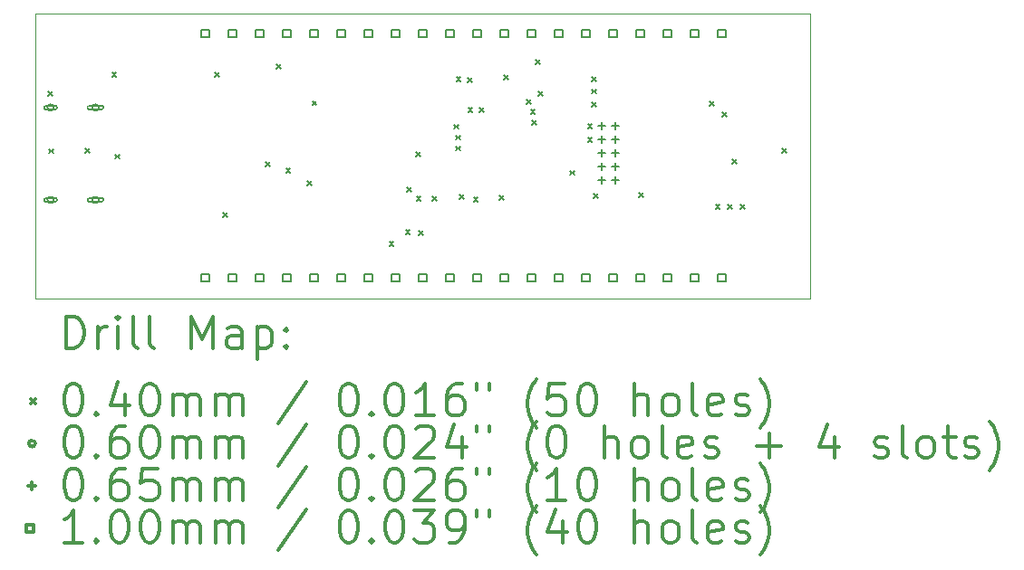
<source format=gbr>
%FSLAX45Y45*%
G04 Gerber Fmt 4.5, Leading zero omitted, Abs format (unit mm)*
G04 Created by KiCad (PCBNEW 5.1.9+dfsg1-1) date 2022-01-14 18:58:47*
%MOMM*%
%LPD*%
G01*
G04 APERTURE LIST*
%TA.AperFunction,Profile*%
%ADD10C,0.050000*%
%TD*%
%ADD11C,0.200000*%
%ADD12C,0.300000*%
G04 APERTURE END LIST*
D10*
X10096500Y-8826500D02*
X10096500Y-6159500D01*
X10096500Y-8826500D02*
X17335500Y-8826500D01*
X17335500Y-8826500D02*
X17335500Y-6159500D01*
X10096500Y-6159500D02*
X17335500Y-6159500D01*
D11*
X10217450Y-6890050D02*
X10257450Y-6930050D01*
X10257450Y-6890050D02*
X10217450Y-6930050D01*
X10222550Y-7428550D02*
X10262550Y-7468550D01*
X10262550Y-7428550D02*
X10222550Y-7468550D01*
X10565450Y-7422200D02*
X10605450Y-7462200D01*
X10605450Y-7422200D02*
X10565450Y-7462200D01*
X10813100Y-6711000D02*
X10853100Y-6751000D01*
X10853100Y-6711000D02*
X10813100Y-6751000D01*
X10844850Y-7479350D02*
X10884850Y-7519350D01*
X10884850Y-7479350D02*
X10844850Y-7519350D01*
X11771951Y-6710999D02*
X11811951Y-6750999D01*
X11811951Y-6710999D02*
X11771951Y-6750999D01*
X11851950Y-8028000D02*
X11891950Y-8068000D01*
X11891950Y-8028000D02*
X11851950Y-8068000D01*
X12250550Y-7553200D02*
X12290550Y-7593200D01*
X12290550Y-7553200D02*
X12250550Y-7593200D01*
X12349800Y-6634800D02*
X12389800Y-6674800D01*
X12389800Y-6634800D02*
X12349800Y-6674800D01*
X12438700Y-7612700D02*
X12478700Y-7652700D01*
X12478700Y-7612700D02*
X12438700Y-7652700D01*
X12634550Y-7728000D02*
X12674550Y-7768000D01*
X12674550Y-7728000D02*
X12634550Y-7768000D01*
X12682800Y-6981250D02*
X12722800Y-7021250D01*
X12722800Y-6981250D02*
X12682800Y-7021250D01*
X13403900Y-8298500D02*
X13443900Y-8338500D01*
X13443900Y-8298500D02*
X13403900Y-8338500D01*
X13556300Y-8184200D02*
X13596300Y-8224200D01*
X13596300Y-8184200D02*
X13556300Y-8224200D01*
X13569000Y-7790500D02*
X13609000Y-7830500D01*
X13609000Y-7790500D02*
X13569000Y-7830500D01*
X13651550Y-7460300D02*
X13691550Y-7500300D01*
X13691550Y-7460300D02*
X13651550Y-7500300D01*
X13657900Y-7873050D02*
X13697900Y-7913050D01*
X13697900Y-7873050D02*
X13657900Y-7913050D01*
X13676950Y-8196900D02*
X13716950Y-8236900D01*
X13716950Y-8196900D02*
X13676950Y-8236900D01*
X13803950Y-7873050D02*
X13843950Y-7913050D01*
X13843950Y-7873050D02*
X13803950Y-7913050D01*
X14007150Y-7199950D02*
X14047150Y-7239950D01*
X14047150Y-7199950D02*
X14007150Y-7239950D01*
X14026200Y-7301550D02*
X14066200Y-7341550D01*
X14066200Y-7301550D02*
X14026200Y-7341550D01*
X14026200Y-7403150D02*
X14066200Y-7443150D01*
X14066200Y-7403150D02*
X14026200Y-7443150D01*
X14029000Y-6759000D02*
X14069000Y-6799000D01*
X14069000Y-6759000D02*
X14029000Y-6799000D01*
X14057950Y-7854000D02*
X14097950Y-7894000D01*
X14097950Y-7854000D02*
X14057950Y-7894000D01*
X14134150Y-6761800D02*
X14174150Y-6801800D01*
X14174150Y-6761800D02*
X14134150Y-6801800D01*
X14140500Y-7041200D02*
X14180500Y-7081200D01*
X14180500Y-7041200D02*
X14140500Y-7081200D01*
X14191300Y-7879400D02*
X14231300Y-7919400D01*
X14231300Y-7879400D02*
X14191300Y-7919400D01*
X14248450Y-7041200D02*
X14288450Y-7081200D01*
X14288450Y-7041200D02*
X14248450Y-7081200D01*
X14432600Y-7866700D02*
X14472600Y-7906700D01*
X14472600Y-7866700D02*
X14432600Y-7906700D01*
X14477050Y-6736400D02*
X14517050Y-6776400D01*
X14517050Y-6736400D02*
X14477050Y-6776400D01*
X14686600Y-6965000D02*
X14726600Y-7005000D01*
X14726600Y-6965000D02*
X14686600Y-7005000D01*
X14724700Y-7060250D02*
X14764700Y-7100250D01*
X14764700Y-7060250D02*
X14724700Y-7100250D01*
X14737400Y-7161850D02*
X14777400Y-7201850D01*
X14777400Y-7161850D02*
X14737400Y-7201850D01*
X14769150Y-6596700D02*
X14809150Y-6636700D01*
X14809150Y-6596700D02*
X14769150Y-6636700D01*
X14794550Y-6888800D02*
X14834550Y-6928800D01*
X14834550Y-6888800D02*
X14794550Y-6928800D01*
X15093000Y-7631750D02*
X15133000Y-7671750D01*
X15133000Y-7631750D02*
X15093000Y-7671750D01*
X15258100Y-7193600D02*
X15298100Y-7233600D01*
X15298100Y-7193600D02*
X15258100Y-7233600D01*
X15258100Y-7320600D02*
X15298100Y-7360600D01*
X15298100Y-7320600D02*
X15258100Y-7360600D01*
X15296200Y-6755450D02*
X15336200Y-6795450D01*
X15336200Y-6755450D02*
X15296200Y-6795450D01*
X15296200Y-6869750D02*
X15336200Y-6909750D01*
X15336200Y-6869750D02*
X15296200Y-6909750D01*
X15296200Y-6990400D02*
X15336200Y-7030400D01*
X15336200Y-6990400D02*
X15296200Y-7030400D01*
X15315250Y-7847650D02*
X15355250Y-7887650D01*
X15355250Y-7847650D02*
X15315250Y-7887650D01*
X15734350Y-7841300D02*
X15774350Y-7881300D01*
X15774350Y-7841300D02*
X15734350Y-7881300D01*
X16394750Y-6984050D02*
X16434750Y-7024050D01*
X16434750Y-6984050D02*
X16394750Y-7024050D01*
X16451900Y-7949250D02*
X16491900Y-7989250D01*
X16491900Y-7949250D02*
X16451900Y-7989250D01*
X16515400Y-7085650D02*
X16555400Y-7125650D01*
X16555400Y-7085650D02*
X16515400Y-7125650D01*
X16566200Y-7949250D02*
X16606200Y-7989250D01*
X16606200Y-7949250D02*
X16566200Y-7989250D01*
X16610650Y-7523800D02*
X16650650Y-7563800D01*
X16650650Y-7523800D02*
X16610650Y-7563800D01*
X16686850Y-7949250D02*
X16726850Y-7989250D01*
X16726850Y-7949250D02*
X16686850Y-7989250D01*
X17074200Y-7422200D02*
X17114200Y-7462200D01*
X17114200Y-7422200D02*
X17074200Y-7462200D01*
X10268500Y-7041950D02*
G75*
G03*
X10268500Y-7041950I-30000J0D01*
G01*
X10278500Y-7021950D02*
X10198500Y-7021950D01*
X10278500Y-7061950D02*
X10198500Y-7061950D01*
X10198500Y-7021950D02*
G75*
G03*
X10198500Y-7061950I0J-20000D01*
G01*
X10278500Y-7061950D02*
G75*
G03*
X10278500Y-7021950I0J20000D01*
G01*
X10268500Y-7905950D02*
G75*
G03*
X10268500Y-7905950I-30000J0D01*
G01*
X10278500Y-7885950D02*
X10198500Y-7885950D01*
X10278500Y-7925950D02*
X10198500Y-7925950D01*
X10198500Y-7885950D02*
G75*
G03*
X10198500Y-7925950I0J-20000D01*
G01*
X10278500Y-7925950D02*
G75*
G03*
X10278500Y-7885950I0J20000D01*
G01*
X10686500Y-7041950D02*
G75*
G03*
X10686500Y-7041950I-30000J0D01*
G01*
X10711500Y-7021950D02*
X10601500Y-7021950D01*
X10711500Y-7061950D02*
X10601500Y-7061950D01*
X10601500Y-7021950D02*
G75*
G03*
X10601500Y-7061950I0J-20000D01*
G01*
X10711500Y-7061950D02*
G75*
G03*
X10711500Y-7021950I0J20000D01*
G01*
X10686500Y-7905950D02*
G75*
G03*
X10686500Y-7905950I-30000J0D01*
G01*
X10711500Y-7885950D02*
X10601500Y-7885950D01*
X10711500Y-7925950D02*
X10601500Y-7925950D01*
X10601500Y-7885950D02*
G75*
G03*
X10601500Y-7925950I0J-20000D01*
G01*
X10711500Y-7925950D02*
G75*
G03*
X10711500Y-7885950I0J20000D01*
G01*
X15386050Y-7181100D02*
X15386050Y-7246100D01*
X15353550Y-7213600D02*
X15418550Y-7213600D01*
X15386050Y-7308100D02*
X15386050Y-7373100D01*
X15353550Y-7340600D02*
X15418550Y-7340600D01*
X15386050Y-7435100D02*
X15386050Y-7500100D01*
X15353550Y-7467600D02*
X15418550Y-7467600D01*
X15386050Y-7562100D02*
X15386050Y-7627100D01*
X15353550Y-7594600D02*
X15418550Y-7594600D01*
X15386050Y-7689100D02*
X15386050Y-7754100D01*
X15353550Y-7721600D02*
X15418550Y-7721600D01*
X15513050Y-7181100D02*
X15513050Y-7246100D01*
X15480550Y-7213600D02*
X15545550Y-7213600D01*
X15513050Y-7308100D02*
X15513050Y-7373100D01*
X15480550Y-7340600D02*
X15545550Y-7340600D01*
X15513050Y-7435100D02*
X15513050Y-7500100D01*
X15480550Y-7467600D02*
X15545550Y-7467600D01*
X15513050Y-7562100D02*
X15513050Y-7627100D01*
X15480550Y-7594600D02*
X15545550Y-7594600D01*
X15513050Y-7689100D02*
X15513050Y-7754100D01*
X15480550Y-7721600D02*
X15545550Y-7721600D01*
X11719356Y-6385356D02*
X11719356Y-6314644D01*
X11648644Y-6314644D01*
X11648644Y-6385356D01*
X11719356Y-6385356D01*
X11719356Y-8671356D02*
X11719356Y-8600644D01*
X11648644Y-8600644D01*
X11648644Y-8671356D01*
X11719356Y-8671356D01*
X11973356Y-6385356D02*
X11973356Y-6314644D01*
X11902644Y-6314644D01*
X11902644Y-6385356D01*
X11973356Y-6385356D01*
X11973356Y-8671356D02*
X11973356Y-8600644D01*
X11902644Y-8600644D01*
X11902644Y-8671356D01*
X11973356Y-8671356D01*
X12227356Y-6385356D02*
X12227356Y-6314644D01*
X12156644Y-6314644D01*
X12156644Y-6385356D01*
X12227356Y-6385356D01*
X12227356Y-8671356D02*
X12227356Y-8600644D01*
X12156644Y-8600644D01*
X12156644Y-8671356D01*
X12227356Y-8671356D01*
X12481356Y-6385356D02*
X12481356Y-6314644D01*
X12410644Y-6314644D01*
X12410644Y-6385356D01*
X12481356Y-6385356D01*
X12481356Y-8671356D02*
X12481356Y-8600644D01*
X12410644Y-8600644D01*
X12410644Y-8671356D01*
X12481356Y-8671356D01*
X12735356Y-6385356D02*
X12735356Y-6314644D01*
X12664644Y-6314644D01*
X12664644Y-6385356D01*
X12735356Y-6385356D01*
X12735356Y-8671356D02*
X12735356Y-8600644D01*
X12664644Y-8600644D01*
X12664644Y-8671356D01*
X12735356Y-8671356D01*
X12989356Y-6385356D02*
X12989356Y-6314644D01*
X12918644Y-6314644D01*
X12918644Y-6385356D01*
X12989356Y-6385356D01*
X12989356Y-8671356D02*
X12989356Y-8600644D01*
X12918644Y-8600644D01*
X12918644Y-8671356D01*
X12989356Y-8671356D01*
X13243356Y-6385356D02*
X13243356Y-6314644D01*
X13172644Y-6314644D01*
X13172644Y-6385356D01*
X13243356Y-6385356D01*
X13243356Y-8671356D02*
X13243356Y-8600644D01*
X13172644Y-8600644D01*
X13172644Y-8671356D01*
X13243356Y-8671356D01*
X13497356Y-6385356D02*
X13497356Y-6314644D01*
X13426644Y-6314644D01*
X13426644Y-6385356D01*
X13497356Y-6385356D01*
X13497356Y-8671356D02*
X13497356Y-8600644D01*
X13426644Y-8600644D01*
X13426644Y-8671356D01*
X13497356Y-8671356D01*
X13751356Y-6385356D02*
X13751356Y-6314644D01*
X13680644Y-6314644D01*
X13680644Y-6385356D01*
X13751356Y-6385356D01*
X13751356Y-8671356D02*
X13751356Y-8600644D01*
X13680644Y-8600644D01*
X13680644Y-8671356D01*
X13751356Y-8671356D01*
X14005356Y-6385356D02*
X14005356Y-6314644D01*
X13934644Y-6314644D01*
X13934644Y-6385356D01*
X14005356Y-6385356D01*
X14005356Y-8671356D02*
X14005356Y-8600644D01*
X13934644Y-8600644D01*
X13934644Y-8671356D01*
X14005356Y-8671356D01*
X14259356Y-6385356D02*
X14259356Y-6314644D01*
X14188644Y-6314644D01*
X14188644Y-6385356D01*
X14259356Y-6385356D01*
X14259356Y-8671356D02*
X14259356Y-8600644D01*
X14188644Y-8600644D01*
X14188644Y-8671356D01*
X14259356Y-8671356D01*
X14513356Y-6385356D02*
X14513356Y-6314644D01*
X14442644Y-6314644D01*
X14442644Y-6385356D01*
X14513356Y-6385356D01*
X14513356Y-8671356D02*
X14513356Y-8600644D01*
X14442644Y-8600644D01*
X14442644Y-8671356D01*
X14513356Y-8671356D01*
X14767356Y-6385356D02*
X14767356Y-6314644D01*
X14696644Y-6314644D01*
X14696644Y-6385356D01*
X14767356Y-6385356D01*
X14767356Y-8671356D02*
X14767356Y-8600644D01*
X14696644Y-8600644D01*
X14696644Y-8671356D01*
X14767356Y-8671356D01*
X15021356Y-6385356D02*
X15021356Y-6314644D01*
X14950644Y-6314644D01*
X14950644Y-6385356D01*
X15021356Y-6385356D01*
X15021356Y-8671356D02*
X15021356Y-8600644D01*
X14950644Y-8600644D01*
X14950644Y-8671356D01*
X15021356Y-8671356D01*
X15275356Y-6385356D02*
X15275356Y-6314644D01*
X15204644Y-6314644D01*
X15204644Y-6385356D01*
X15275356Y-6385356D01*
X15275356Y-8671356D02*
X15275356Y-8600644D01*
X15204644Y-8600644D01*
X15204644Y-8671356D01*
X15275356Y-8671356D01*
X15529356Y-6385356D02*
X15529356Y-6314644D01*
X15458644Y-6314644D01*
X15458644Y-6385356D01*
X15529356Y-6385356D01*
X15529356Y-8671356D02*
X15529356Y-8600644D01*
X15458644Y-8600644D01*
X15458644Y-8671356D01*
X15529356Y-8671356D01*
X15783356Y-6385356D02*
X15783356Y-6314644D01*
X15712644Y-6314644D01*
X15712644Y-6385356D01*
X15783356Y-6385356D01*
X15783356Y-8671356D02*
X15783356Y-8600644D01*
X15712644Y-8600644D01*
X15712644Y-8671356D01*
X15783356Y-8671356D01*
X16037356Y-6385356D02*
X16037356Y-6314644D01*
X15966644Y-6314644D01*
X15966644Y-6385356D01*
X16037356Y-6385356D01*
X16037356Y-8671356D02*
X16037356Y-8600644D01*
X15966644Y-8600644D01*
X15966644Y-8671356D01*
X16037356Y-8671356D01*
X16291356Y-6385356D02*
X16291356Y-6314644D01*
X16220644Y-6314644D01*
X16220644Y-6385356D01*
X16291356Y-6385356D01*
X16291356Y-8671356D02*
X16291356Y-8600644D01*
X16220644Y-8600644D01*
X16220644Y-8671356D01*
X16291356Y-8671356D01*
X16545356Y-6385356D02*
X16545356Y-6314644D01*
X16474644Y-6314644D01*
X16474644Y-6385356D01*
X16545356Y-6385356D01*
X16545356Y-8671356D02*
X16545356Y-8600644D01*
X16474644Y-8600644D01*
X16474644Y-8671356D01*
X16545356Y-8671356D01*
D12*
X10380428Y-9294714D02*
X10380428Y-8994714D01*
X10451857Y-8994714D01*
X10494714Y-9009000D01*
X10523286Y-9037572D01*
X10537571Y-9066143D01*
X10551857Y-9123286D01*
X10551857Y-9166143D01*
X10537571Y-9223286D01*
X10523286Y-9251857D01*
X10494714Y-9280429D01*
X10451857Y-9294714D01*
X10380428Y-9294714D01*
X10680428Y-9294714D02*
X10680428Y-9094714D01*
X10680428Y-9151857D02*
X10694714Y-9123286D01*
X10709000Y-9109000D01*
X10737571Y-9094714D01*
X10766143Y-9094714D01*
X10866143Y-9294714D02*
X10866143Y-9094714D01*
X10866143Y-8994714D02*
X10851857Y-9009000D01*
X10866143Y-9023286D01*
X10880428Y-9009000D01*
X10866143Y-8994714D01*
X10866143Y-9023286D01*
X11051857Y-9294714D02*
X11023286Y-9280429D01*
X11009000Y-9251857D01*
X11009000Y-8994714D01*
X11209000Y-9294714D02*
X11180428Y-9280429D01*
X11166143Y-9251857D01*
X11166143Y-8994714D01*
X11551857Y-9294714D02*
X11551857Y-8994714D01*
X11651857Y-9209000D01*
X11751857Y-8994714D01*
X11751857Y-9294714D01*
X12023286Y-9294714D02*
X12023286Y-9137572D01*
X12009000Y-9109000D01*
X11980428Y-9094714D01*
X11923286Y-9094714D01*
X11894714Y-9109000D01*
X12023286Y-9280429D02*
X11994714Y-9294714D01*
X11923286Y-9294714D01*
X11894714Y-9280429D01*
X11880428Y-9251857D01*
X11880428Y-9223286D01*
X11894714Y-9194714D01*
X11923286Y-9180429D01*
X11994714Y-9180429D01*
X12023286Y-9166143D01*
X12166143Y-9094714D02*
X12166143Y-9394714D01*
X12166143Y-9109000D02*
X12194714Y-9094714D01*
X12251857Y-9094714D01*
X12280428Y-9109000D01*
X12294714Y-9123286D01*
X12309000Y-9151857D01*
X12309000Y-9237572D01*
X12294714Y-9266143D01*
X12280428Y-9280429D01*
X12251857Y-9294714D01*
X12194714Y-9294714D01*
X12166143Y-9280429D01*
X12437571Y-9266143D02*
X12451857Y-9280429D01*
X12437571Y-9294714D01*
X12423286Y-9280429D01*
X12437571Y-9266143D01*
X12437571Y-9294714D01*
X12437571Y-9109000D02*
X12451857Y-9123286D01*
X12437571Y-9137572D01*
X12423286Y-9123286D01*
X12437571Y-9109000D01*
X12437571Y-9137572D01*
X10054000Y-9769000D02*
X10094000Y-9809000D01*
X10094000Y-9769000D02*
X10054000Y-9809000D01*
X10437571Y-9624714D02*
X10466143Y-9624714D01*
X10494714Y-9639000D01*
X10509000Y-9653286D01*
X10523286Y-9681857D01*
X10537571Y-9739000D01*
X10537571Y-9810429D01*
X10523286Y-9867572D01*
X10509000Y-9896143D01*
X10494714Y-9910429D01*
X10466143Y-9924714D01*
X10437571Y-9924714D01*
X10409000Y-9910429D01*
X10394714Y-9896143D01*
X10380428Y-9867572D01*
X10366143Y-9810429D01*
X10366143Y-9739000D01*
X10380428Y-9681857D01*
X10394714Y-9653286D01*
X10409000Y-9639000D01*
X10437571Y-9624714D01*
X10666143Y-9896143D02*
X10680428Y-9910429D01*
X10666143Y-9924714D01*
X10651857Y-9910429D01*
X10666143Y-9896143D01*
X10666143Y-9924714D01*
X10937571Y-9724714D02*
X10937571Y-9924714D01*
X10866143Y-9610429D02*
X10794714Y-9824714D01*
X10980428Y-9824714D01*
X11151857Y-9624714D02*
X11180428Y-9624714D01*
X11209000Y-9639000D01*
X11223286Y-9653286D01*
X11237571Y-9681857D01*
X11251857Y-9739000D01*
X11251857Y-9810429D01*
X11237571Y-9867572D01*
X11223286Y-9896143D01*
X11209000Y-9910429D01*
X11180428Y-9924714D01*
X11151857Y-9924714D01*
X11123286Y-9910429D01*
X11109000Y-9896143D01*
X11094714Y-9867572D01*
X11080428Y-9810429D01*
X11080428Y-9739000D01*
X11094714Y-9681857D01*
X11109000Y-9653286D01*
X11123286Y-9639000D01*
X11151857Y-9624714D01*
X11380428Y-9924714D02*
X11380428Y-9724714D01*
X11380428Y-9753286D02*
X11394714Y-9739000D01*
X11423286Y-9724714D01*
X11466143Y-9724714D01*
X11494714Y-9739000D01*
X11509000Y-9767572D01*
X11509000Y-9924714D01*
X11509000Y-9767572D02*
X11523286Y-9739000D01*
X11551857Y-9724714D01*
X11594714Y-9724714D01*
X11623286Y-9739000D01*
X11637571Y-9767572D01*
X11637571Y-9924714D01*
X11780428Y-9924714D02*
X11780428Y-9724714D01*
X11780428Y-9753286D02*
X11794714Y-9739000D01*
X11823286Y-9724714D01*
X11866143Y-9724714D01*
X11894714Y-9739000D01*
X11909000Y-9767572D01*
X11909000Y-9924714D01*
X11909000Y-9767572D02*
X11923286Y-9739000D01*
X11951857Y-9724714D01*
X11994714Y-9724714D01*
X12023286Y-9739000D01*
X12037571Y-9767572D01*
X12037571Y-9924714D01*
X12623286Y-9610429D02*
X12366143Y-9996143D01*
X13009000Y-9624714D02*
X13037571Y-9624714D01*
X13066143Y-9639000D01*
X13080428Y-9653286D01*
X13094714Y-9681857D01*
X13109000Y-9739000D01*
X13109000Y-9810429D01*
X13094714Y-9867572D01*
X13080428Y-9896143D01*
X13066143Y-9910429D01*
X13037571Y-9924714D01*
X13009000Y-9924714D01*
X12980428Y-9910429D01*
X12966143Y-9896143D01*
X12951857Y-9867572D01*
X12937571Y-9810429D01*
X12937571Y-9739000D01*
X12951857Y-9681857D01*
X12966143Y-9653286D01*
X12980428Y-9639000D01*
X13009000Y-9624714D01*
X13237571Y-9896143D02*
X13251857Y-9910429D01*
X13237571Y-9924714D01*
X13223286Y-9910429D01*
X13237571Y-9896143D01*
X13237571Y-9924714D01*
X13437571Y-9624714D02*
X13466143Y-9624714D01*
X13494714Y-9639000D01*
X13509000Y-9653286D01*
X13523286Y-9681857D01*
X13537571Y-9739000D01*
X13537571Y-9810429D01*
X13523286Y-9867572D01*
X13509000Y-9896143D01*
X13494714Y-9910429D01*
X13466143Y-9924714D01*
X13437571Y-9924714D01*
X13409000Y-9910429D01*
X13394714Y-9896143D01*
X13380428Y-9867572D01*
X13366143Y-9810429D01*
X13366143Y-9739000D01*
X13380428Y-9681857D01*
X13394714Y-9653286D01*
X13409000Y-9639000D01*
X13437571Y-9624714D01*
X13823286Y-9924714D02*
X13651857Y-9924714D01*
X13737571Y-9924714D02*
X13737571Y-9624714D01*
X13709000Y-9667572D01*
X13680428Y-9696143D01*
X13651857Y-9710429D01*
X14080428Y-9624714D02*
X14023286Y-9624714D01*
X13994714Y-9639000D01*
X13980428Y-9653286D01*
X13951857Y-9696143D01*
X13937571Y-9753286D01*
X13937571Y-9867572D01*
X13951857Y-9896143D01*
X13966143Y-9910429D01*
X13994714Y-9924714D01*
X14051857Y-9924714D01*
X14080428Y-9910429D01*
X14094714Y-9896143D01*
X14109000Y-9867572D01*
X14109000Y-9796143D01*
X14094714Y-9767572D01*
X14080428Y-9753286D01*
X14051857Y-9739000D01*
X13994714Y-9739000D01*
X13966143Y-9753286D01*
X13951857Y-9767572D01*
X13937571Y-9796143D01*
X14223286Y-9624714D02*
X14223286Y-9681857D01*
X14337571Y-9624714D02*
X14337571Y-9681857D01*
X14780428Y-10039000D02*
X14766143Y-10024714D01*
X14737571Y-9981857D01*
X14723286Y-9953286D01*
X14709000Y-9910429D01*
X14694714Y-9839000D01*
X14694714Y-9781857D01*
X14709000Y-9710429D01*
X14723286Y-9667572D01*
X14737571Y-9639000D01*
X14766143Y-9596143D01*
X14780428Y-9581857D01*
X15037571Y-9624714D02*
X14894714Y-9624714D01*
X14880428Y-9767572D01*
X14894714Y-9753286D01*
X14923286Y-9739000D01*
X14994714Y-9739000D01*
X15023286Y-9753286D01*
X15037571Y-9767572D01*
X15051857Y-9796143D01*
X15051857Y-9867572D01*
X15037571Y-9896143D01*
X15023286Y-9910429D01*
X14994714Y-9924714D01*
X14923286Y-9924714D01*
X14894714Y-9910429D01*
X14880428Y-9896143D01*
X15237571Y-9624714D02*
X15266143Y-9624714D01*
X15294714Y-9639000D01*
X15309000Y-9653286D01*
X15323286Y-9681857D01*
X15337571Y-9739000D01*
X15337571Y-9810429D01*
X15323286Y-9867572D01*
X15309000Y-9896143D01*
X15294714Y-9910429D01*
X15266143Y-9924714D01*
X15237571Y-9924714D01*
X15209000Y-9910429D01*
X15194714Y-9896143D01*
X15180428Y-9867572D01*
X15166143Y-9810429D01*
X15166143Y-9739000D01*
X15180428Y-9681857D01*
X15194714Y-9653286D01*
X15209000Y-9639000D01*
X15237571Y-9624714D01*
X15694714Y-9924714D02*
X15694714Y-9624714D01*
X15823286Y-9924714D02*
X15823286Y-9767572D01*
X15809000Y-9739000D01*
X15780428Y-9724714D01*
X15737571Y-9724714D01*
X15709000Y-9739000D01*
X15694714Y-9753286D01*
X16009000Y-9924714D02*
X15980428Y-9910429D01*
X15966143Y-9896143D01*
X15951857Y-9867572D01*
X15951857Y-9781857D01*
X15966143Y-9753286D01*
X15980428Y-9739000D01*
X16009000Y-9724714D01*
X16051857Y-9724714D01*
X16080428Y-9739000D01*
X16094714Y-9753286D01*
X16109000Y-9781857D01*
X16109000Y-9867572D01*
X16094714Y-9896143D01*
X16080428Y-9910429D01*
X16051857Y-9924714D01*
X16009000Y-9924714D01*
X16280428Y-9924714D02*
X16251857Y-9910429D01*
X16237571Y-9881857D01*
X16237571Y-9624714D01*
X16509000Y-9910429D02*
X16480428Y-9924714D01*
X16423286Y-9924714D01*
X16394714Y-9910429D01*
X16380428Y-9881857D01*
X16380428Y-9767572D01*
X16394714Y-9739000D01*
X16423286Y-9724714D01*
X16480428Y-9724714D01*
X16509000Y-9739000D01*
X16523286Y-9767572D01*
X16523286Y-9796143D01*
X16380428Y-9824714D01*
X16637571Y-9910429D02*
X16666143Y-9924714D01*
X16723286Y-9924714D01*
X16751857Y-9910429D01*
X16766143Y-9881857D01*
X16766143Y-9867572D01*
X16751857Y-9839000D01*
X16723286Y-9824714D01*
X16680428Y-9824714D01*
X16651857Y-9810429D01*
X16637571Y-9781857D01*
X16637571Y-9767572D01*
X16651857Y-9739000D01*
X16680428Y-9724714D01*
X16723286Y-9724714D01*
X16751857Y-9739000D01*
X16866143Y-10039000D02*
X16880428Y-10024714D01*
X16909000Y-9981857D01*
X16923286Y-9953286D01*
X16937571Y-9910429D01*
X16951857Y-9839000D01*
X16951857Y-9781857D01*
X16937571Y-9710429D01*
X16923286Y-9667572D01*
X16909000Y-9639000D01*
X16880428Y-9596143D01*
X16866143Y-9581857D01*
X10094000Y-10185000D02*
G75*
G03*
X10094000Y-10185000I-30000J0D01*
G01*
X10437571Y-10020714D02*
X10466143Y-10020714D01*
X10494714Y-10035000D01*
X10509000Y-10049286D01*
X10523286Y-10077857D01*
X10537571Y-10135000D01*
X10537571Y-10206429D01*
X10523286Y-10263572D01*
X10509000Y-10292143D01*
X10494714Y-10306429D01*
X10466143Y-10320714D01*
X10437571Y-10320714D01*
X10409000Y-10306429D01*
X10394714Y-10292143D01*
X10380428Y-10263572D01*
X10366143Y-10206429D01*
X10366143Y-10135000D01*
X10380428Y-10077857D01*
X10394714Y-10049286D01*
X10409000Y-10035000D01*
X10437571Y-10020714D01*
X10666143Y-10292143D02*
X10680428Y-10306429D01*
X10666143Y-10320714D01*
X10651857Y-10306429D01*
X10666143Y-10292143D01*
X10666143Y-10320714D01*
X10937571Y-10020714D02*
X10880428Y-10020714D01*
X10851857Y-10035000D01*
X10837571Y-10049286D01*
X10809000Y-10092143D01*
X10794714Y-10149286D01*
X10794714Y-10263572D01*
X10809000Y-10292143D01*
X10823286Y-10306429D01*
X10851857Y-10320714D01*
X10909000Y-10320714D01*
X10937571Y-10306429D01*
X10951857Y-10292143D01*
X10966143Y-10263572D01*
X10966143Y-10192143D01*
X10951857Y-10163572D01*
X10937571Y-10149286D01*
X10909000Y-10135000D01*
X10851857Y-10135000D01*
X10823286Y-10149286D01*
X10809000Y-10163572D01*
X10794714Y-10192143D01*
X11151857Y-10020714D02*
X11180428Y-10020714D01*
X11209000Y-10035000D01*
X11223286Y-10049286D01*
X11237571Y-10077857D01*
X11251857Y-10135000D01*
X11251857Y-10206429D01*
X11237571Y-10263572D01*
X11223286Y-10292143D01*
X11209000Y-10306429D01*
X11180428Y-10320714D01*
X11151857Y-10320714D01*
X11123286Y-10306429D01*
X11109000Y-10292143D01*
X11094714Y-10263572D01*
X11080428Y-10206429D01*
X11080428Y-10135000D01*
X11094714Y-10077857D01*
X11109000Y-10049286D01*
X11123286Y-10035000D01*
X11151857Y-10020714D01*
X11380428Y-10320714D02*
X11380428Y-10120714D01*
X11380428Y-10149286D02*
X11394714Y-10135000D01*
X11423286Y-10120714D01*
X11466143Y-10120714D01*
X11494714Y-10135000D01*
X11509000Y-10163572D01*
X11509000Y-10320714D01*
X11509000Y-10163572D02*
X11523286Y-10135000D01*
X11551857Y-10120714D01*
X11594714Y-10120714D01*
X11623286Y-10135000D01*
X11637571Y-10163572D01*
X11637571Y-10320714D01*
X11780428Y-10320714D02*
X11780428Y-10120714D01*
X11780428Y-10149286D02*
X11794714Y-10135000D01*
X11823286Y-10120714D01*
X11866143Y-10120714D01*
X11894714Y-10135000D01*
X11909000Y-10163572D01*
X11909000Y-10320714D01*
X11909000Y-10163572D02*
X11923286Y-10135000D01*
X11951857Y-10120714D01*
X11994714Y-10120714D01*
X12023286Y-10135000D01*
X12037571Y-10163572D01*
X12037571Y-10320714D01*
X12623286Y-10006429D02*
X12366143Y-10392143D01*
X13009000Y-10020714D02*
X13037571Y-10020714D01*
X13066143Y-10035000D01*
X13080428Y-10049286D01*
X13094714Y-10077857D01*
X13109000Y-10135000D01*
X13109000Y-10206429D01*
X13094714Y-10263572D01*
X13080428Y-10292143D01*
X13066143Y-10306429D01*
X13037571Y-10320714D01*
X13009000Y-10320714D01*
X12980428Y-10306429D01*
X12966143Y-10292143D01*
X12951857Y-10263572D01*
X12937571Y-10206429D01*
X12937571Y-10135000D01*
X12951857Y-10077857D01*
X12966143Y-10049286D01*
X12980428Y-10035000D01*
X13009000Y-10020714D01*
X13237571Y-10292143D02*
X13251857Y-10306429D01*
X13237571Y-10320714D01*
X13223286Y-10306429D01*
X13237571Y-10292143D01*
X13237571Y-10320714D01*
X13437571Y-10020714D02*
X13466143Y-10020714D01*
X13494714Y-10035000D01*
X13509000Y-10049286D01*
X13523286Y-10077857D01*
X13537571Y-10135000D01*
X13537571Y-10206429D01*
X13523286Y-10263572D01*
X13509000Y-10292143D01*
X13494714Y-10306429D01*
X13466143Y-10320714D01*
X13437571Y-10320714D01*
X13409000Y-10306429D01*
X13394714Y-10292143D01*
X13380428Y-10263572D01*
X13366143Y-10206429D01*
X13366143Y-10135000D01*
X13380428Y-10077857D01*
X13394714Y-10049286D01*
X13409000Y-10035000D01*
X13437571Y-10020714D01*
X13651857Y-10049286D02*
X13666143Y-10035000D01*
X13694714Y-10020714D01*
X13766143Y-10020714D01*
X13794714Y-10035000D01*
X13809000Y-10049286D01*
X13823286Y-10077857D01*
X13823286Y-10106429D01*
X13809000Y-10149286D01*
X13637571Y-10320714D01*
X13823286Y-10320714D01*
X14080428Y-10120714D02*
X14080428Y-10320714D01*
X14009000Y-10006429D02*
X13937571Y-10220714D01*
X14123286Y-10220714D01*
X14223286Y-10020714D02*
X14223286Y-10077857D01*
X14337571Y-10020714D02*
X14337571Y-10077857D01*
X14780428Y-10435000D02*
X14766143Y-10420714D01*
X14737571Y-10377857D01*
X14723286Y-10349286D01*
X14709000Y-10306429D01*
X14694714Y-10235000D01*
X14694714Y-10177857D01*
X14709000Y-10106429D01*
X14723286Y-10063572D01*
X14737571Y-10035000D01*
X14766143Y-9992143D01*
X14780428Y-9977857D01*
X14951857Y-10020714D02*
X14980428Y-10020714D01*
X15009000Y-10035000D01*
X15023286Y-10049286D01*
X15037571Y-10077857D01*
X15051857Y-10135000D01*
X15051857Y-10206429D01*
X15037571Y-10263572D01*
X15023286Y-10292143D01*
X15009000Y-10306429D01*
X14980428Y-10320714D01*
X14951857Y-10320714D01*
X14923286Y-10306429D01*
X14909000Y-10292143D01*
X14894714Y-10263572D01*
X14880428Y-10206429D01*
X14880428Y-10135000D01*
X14894714Y-10077857D01*
X14909000Y-10049286D01*
X14923286Y-10035000D01*
X14951857Y-10020714D01*
X15409000Y-10320714D02*
X15409000Y-10020714D01*
X15537571Y-10320714D02*
X15537571Y-10163572D01*
X15523286Y-10135000D01*
X15494714Y-10120714D01*
X15451857Y-10120714D01*
X15423286Y-10135000D01*
X15409000Y-10149286D01*
X15723286Y-10320714D02*
X15694714Y-10306429D01*
X15680428Y-10292143D01*
X15666143Y-10263572D01*
X15666143Y-10177857D01*
X15680428Y-10149286D01*
X15694714Y-10135000D01*
X15723286Y-10120714D01*
X15766143Y-10120714D01*
X15794714Y-10135000D01*
X15809000Y-10149286D01*
X15823286Y-10177857D01*
X15823286Y-10263572D01*
X15809000Y-10292143D01*
X15794714Y-10306429D01*
X15766143Y-10320714D01*
X15723286Y-10320714D01*
X15994714Y-10320714D02*
X15966143Y-10306429D01*
X15951857Y-10277857D01*
X15951857Y-10020714D01*
X16223286Y-10306429D02*
X16194714Y-10320714D01*
X16137571Y-10320714D01*
X16109000Y-10306429D01*
X16094714Y-10277857D01*
X16094714Y-10163572D01*
X16109000Y-10135000D01*
X16137571Y-10120714D01*
X16194714Y-10120714D01*
X16223286Y-10135000D01*
X16237571Y-10163572D01*
X16237571Y-10192143D01*
X16094714Y-10220714D01*
X16351857Y-10306429D02*
X16380428Y-10320714D01*
X16437571Y-10320714D01*
X16466143Y-10306429D01*
X16480428Y-10277857D01*
X16480428Y-10263572D01*
X16466143Y-10235000D01*
X16437571Y-10220714D01*
X16394714Y-10220714D01*
X16366143Y-10206429D01*
X16351857Y-10177857D01*
X16351857Y-10163572D01*
X16366143Y-10135000D01*
X16394714Y-10120714D01*
X16437571Y-10120714D01*
X16466143Y-10135000D01*
X16837571Y-10206429D02*
X17066143Y-10206429D01*
X16951857Y-10320714D02*
X16951857Y-10092143D01*
X17566143Y-10120714D02*
X17566143Y-10320714D01*
X17494714Y-10006429D02*
X17423286Y-10220714D01*
X17609000Y-10220714D01*
X17937571Y-10306429D02*
X17966143Y-10320714D01*
X18023286Y-10320714D01*
X18051857Y-10306429D01*
X18066143Y-10277857D01*
X18066143Y-10263572D01*
X18051857Y-10235000D01*
X18023286Y-10220714D01*
X17980428Y-10220714D01*
X17951857Y-10206429D01*
X17937571Y-10177857D01*
X17937571Y-10163572D01*
X17951857Y-10135000D01*
X17980428Y-10120714D01*
X18023286Y-10120714D01*
X18051857Y-10135000D01*
X18237571Y-10320714D02*
X18209000Y-10306429D01*
X18194714Y-10277857D01*
X18194714Y-10020714D01*
X18394714Y-10320714D02*
X18366143Y-10306429D01*
X18351857Y-10292143D01*
X18337571Y-10263572D01*
X18337571Y-10177857D01*
X18351857Y-10149286D01*
X18366143Y-10135000D01*
X18394714Y-10120714D01*
X18437571Y-10120714D01*
X18466143Y-10135000D01*
X18480428Y-10149286D01*
X18494714Y-10177857D01*
X18494714Y-10263572D01*
X18480428Y-10292143D01*
X18466143Y-10306429D01*
X18437571Y-10320714D01*
X18394714Y-10320714D01*
X18580428Y-10120714D02*
X18694714Y-10120714D01*
X18623286Y-10020714D02*
X18623286Y-10277857D01*
X18637571Y-10306429D01*
X18666143Y-10320714D01*
X18694714Y-10320714D01*
X18780428Y-10306429D02*
X18809000Y-10320714D01*
X18866143Y-10320714D01*
X18894714Y-10306429D01*
X18909000Y-10277857D01*
X18909000Y-10263572D01*
X18894714Y-10235000D01*
X18866143Y-10220714D01*
X18823286Y-10220714D01*
X18794714Y-10206429D01*
X18780428Y-10177857D01*
X18780428Y-10163572D01*
X18794714Y-10135000D01*
X18823286Y-10120714D01*
X18866143Y-10120714D01*
X18894714Y-10135000D01*
X19009000Y-10435000D02*
X19023286Y-10420714D01*
X19051857Y-10377857D01*
X19066143Y-10349286D01*
X19080428Y-10306429D01*
X19094714Y-10235000D01*
X19094714Y-10177857D01*
X19080428Y-10106429D01*
X19066143Y-10063572D01*
X19051857Y-10035000D01*
X19023286Y-9992143D01*
X19009000Y-9977857D01*
X10061500Y-10548500D02*
X10061500Y-10613500D01*
X10029000Y-10581000D02*
X10094000Y-10581000D01*
X10437571Y-10416714D02*
X10466143Y-10416714D01*
X10494714Y-10431000D01*
X10509000Y-10445286D01*
X10523286Y-10473857D01*
X10537571Y-10531000D01*
X10537571Y-10602429D01*
X10523286Y-10659572D01*
X10509000Y-10688143D01*
X10494714Y-10702429D01*
X10466143Y-10716714D01*
X10437571Y-10716714D01*
X10409000Y-10702429D01*
X10394714Y-10688143D01*
X10380428Y-10659572D01*
X10366143Y-10602429D01*
X10366143Y-10531000D01*
X10380428Y-10473857D01*
X10394714Y-10445286D01*
X10409000Y-10431000D01*
X10437571Y-10416714D01*
X10666143Y-10688143D02*
X10680428Y-10702429D01*
X10666143Y-10716714D01*
X10651857Y-10702429D01*
X10666143Y-10688143D01*
X10666143Y-10716714D01*
X10937571Y-10416714D02*
X10880428Y-10416714D01*
X10851857Y-10431000D01*
X10837571Y-10445286D01*
X10809000Y-10488143D01*
X10794714Y-10545286D01*
X10794714Y-10659572D01*
X10809000Y-10688143D01*
X10823286Y-10702429D01*
X10851857Y-10716714D01*
X10909000Y-10716714D01*
X10937571Y-10702429D01*
X10951857Y-10688143D01*
X10966143Y-10659572D01*
X10966143Y-10588143D01*
X10951857Y-10559572D01*
X10937571Y-10545286D01*
X10909000Y-10531000D01*
X10851857Y-10531000D01*
X10823286Y-10545286D01*
X10809000Y-10559572D01*
X10794714Y-10588143D01*
X11237571Y-10416714D02*
X11094714Y-10416714D01*
X11080428Y-10559572D01*
X11094714Y-10545286D01*
X11123286Y-10531000D01*
X11194714Y-10531000D01*
X11223286Y-10545286D01*
X11237571Y-10559572D01*
X11251857Y-10588143D01*
X11251857Y-10659572D01*
X11237571Y-10688143D01*
X11223286Y-10702429D01*
X11194714Y-10716714D01*
X11123286Y-10716714D01*
X11094714Y-10702429D01*
X11080428Y-10688143D01*
X11380428Y-10716714D02*
X11380428Y-10516714D01*
X11380428Y-10545286D02*
X11394714Y-10531000D01*
X11423286Y-10516714D01*
X11466143Y-10516714D01*
X11494714Y-10531000D01*
X11509000Y-10559572D01*
X11509000Y-10716714D01*
X11509000Y-10559572D02*
X11523286Y-10531000D01*
X11551857Y-10516714D01*
X11594714Y-10516714D01*
X11623286Y-10531000D01*
X11637571Y-10559572D01*
X11637571Y-10716714D01*
X11780428Y-10716714D02*
X11780428Y-10516714D01*
X11780428Y-10545286D02*
X11794714Y-10531000D01*
X11823286Y-10516714D01*
X11866143Y-10516714D01*
X11894714Y-10531000D01*
X11909000Y-10559572D01*
X11909000Y-10716714D01*
X11909000Y-10559572D02*
X11923286Y-10531000D01*
X11951857Y-10516714D01*
X11994714Y-10516714D01*
X12023286Y-10531000D01*
X12037571Y-10559572D01*
X12037571Y-10716714D01*
X12623286Y-10402429D02*
X12366143Y-10788143D01*
X13009000Y-10416714D02*
X13037571Y-10416714D01*
X13066143Y-10431000D01*
X13080428Y-10445286D01*
X13094714Y-10473857D01*
X13109000Y-10531000D01*
X13109000Y-10602429D01*
X13094714Y-10659572D01*
X13080428Y-10688143D01*
X13066143Y-10702429D01*
X13037571Y-10716714D01*
X13009000Y-10716714D01*
X12980428Y-10702429D01*
X12966143Y-10688143D01*
X12951857Y-10659572D01*
X12937571Y-10602429D01*
X12937571Y-10531000D01*
X12951857Y-10473857D01*
X12966143Y-10445286D01*
X12980428Y-10431000D01*
X13009000Y-10416714D01*
X13237571Y-10688143D02*
X13251857Y-10702429D01*
X13237571Y-10716714D01*
X13223286Y-10702429D01*
X13237571Y-10688143D01*
X13237571Y-10716714D01*
X13437571Y-10416714D02*
X13466143Y-10416714D01*
X13494714Y-10431000D01*
X13509000Y-10445286D01*
X13523286Y-10473857D01*
X13537571Y-10531000D01*
X13537571Y-10602429D01*
X13523286Y-10659572D01*
X13509000Y-10688143D01*
X13494714Y-10702429D01*
X13466143Y-10716714D01*
X13437571Y-10716714D01*
X13409000Y-10702429D01*
X13394714Y-10688143D01*
X13380428Y-10659572D01*
X13366143Y-10602429D01*
X13366143Y-10531000D01*
X13380428Y-10473857D01*
X13394714Y-10445286D01*
X13409000Y-10431000D01*
X13437571Y-10416714D01*
X13651857Y-10445286D02*
X13666143Y-10431000D01*
X13694714Y-10416714D01*
X13766143Y-10416714D01*
X13794714Y-10431000D01*
X13809000Y-10445286D01*
X13823286Y-10473857D01*
X13823286Y-10502429D01*
X13809000Y-10545286D01*
X13637571Y-10716714D01*
X13823286Y-10716714D01*
X14080428Y-10416714D02*
X14023286Y-10416714D01*
X13994714Y-10431000D01*
X13980428Y-10445286D01*
X13951857Y-10488143D01*
X13937571Y-10545286D01*
X13937571Y-10659572D01*
X13951857Y-10688143D01*
X13966143Y-10702429D01*
X13994714Y-10716714D01*
X14051857Y-10716714D01*
X14080428Y-10702429D01*
X14094714Y-10688143D01*
X14109000Y-10659572D01*
X14109000Y-10588143D01*
X14094714Y-10559572D01*
X14080428Y-10545286D01*
X14051857Y-10531000D01*
X13994714Y-10531000D01*
X13966143Y-10545286D01*
X13951857Y-10559572D01*
X13937571Y-10588143D01*
X14223286Y-10416714D02*
X14223286Y-10473857D01*
X14337571Y-10416714D02*
X14337571Y-10473857D01*
X14780428Y-10831000D02*
X14766143Y-10816714D01*
X14737571Y-10773857D01*
X14723286Y-10745286D01*
X14709000Y-10702429D01*
X14694714Y-10631000D01*
X14694714Y-10573857D01*
X14709000Y-10502429D01*
X14723286Y-10459572D01*
X14737571Y-10431000D01*
X14766143Y-10388143D01*
X14780428Y-10373857D01*
X15051857Y-10716714D02*
X14880428Y-10716714D01*
X14966143Y-10716714D02*
X14966143Y-10416714D01*
X14937571Y-10459572D01*
X14909000Y-10488143D01*
X14880428Y-10502429D01*
X15237571Y-10416714D02*
X15266143Y-10416714D01*
X15294714Y-10431000D01*
X15309000Y-10445286D01*
X15323286Y-10473857D01*
X15337571Y-10531000D01*
X15337571Y-10602429D01*
X15323286Y-10659572D01*
X15309000Y-10688143D01*
X15294714Y-10702429D01*
X15266143Y-10716714D01*
X15237571Y-10716714D01*
X15209000Y-10702429D01*
X15194714Y-10688143D01*
X15180428Y-10659572D01*
X15166143Y-10602429D01*
X15166143Y-10531000D01*
X15180428Y-10473857D01*
X15194714Y-10445286D01*
X15209000Y-10431000D01*
X15237571Y-10416714D01*
X15694714Y-10716714D02*
X15694714Y-10416714D01*
X15823286Y-10716714D02*
X15823286Y-10559572D01*
X15809000Y-10531000D01*
X15780428Y-10516714D01*
X15737571Y-10516714D01*
X15709000Y-10531000D01*
X15694714Y-10545286D01*
X16009000Y-10716714D02*
X15980428Y-10702429D01*
X15966143Y-10688143D01*
X15951857Y-10659572D01*
X15951857Y-10573857D01*
X15966143Y-10545286D01*
X15980428Y-10531000D01*
X16009000Y-10516714D01*
X16051857Y-10516714D01*
X16080428Y-10531000D01*
X16094714Y-10545286D01*
X16109000Y-10573857D01*
X16109000Y-10659572D01*
X16094714Y-10688143D01*
X16080428Y-10702429D01*
X16051857Y-10716714D01*
X16009000Y-10716714D01*
X16280428Y-10716714D02*
X16251857Y-10702429D01*
X16237571Y-10673857D01*
X16237571Y-10416714D01*
X16509000Y-10702429D02*
X16480428Y-10716714D01*
X16423286Y-10716714D01*
X16394714Y-10702429D01*
X16380428Y-10673857D01*
X16380428Y-10559572D01*
X16394714Y-10531000D01*
X16423286Y-10516714D01*
X16480428Y-10516714D01*
X16509000Y-10531000D01*
X16523286Y-10559572D01*
X16523286Y-10588143D01*
X16380428Y-10616714D01*
X16637571Y-10702429D02*
X16666143Y-10716714D01*
X16723286Y-10716714D01*
X16751857Y-10702429D01*
X16766143Y-10673857D01*
X16766143Y-10659572D01*
X16751857Y-10631000D01*
X16723286Y-10616714D01*
X16680428Y-10616714D01*
X16651857Y-10602429D01*
X16637571Y-10573857D01*
X16637571Y-10559572D01*
X16651857Y-10531000D01*
X16680428Y-10516714D01*
X16723286Y-10516714D01*
X16751857Y-10531000D01*
X16866143Y-10831000D02*
X16880428Y-10816714D01*
X16909000Y-10773857D01*
X16923286Y-10745286D01*
X16937571Y-10702429D01*
X16951857Y-10631000D01*
X16951857Y-10573857D01*
X16937571Y-10502429D01*
X16923286Y-10459572D01*
X16909000Y-10431000D01*
X16880428Y-10388143D01*
X16866143Y-10373857D01*
X10079356Y-11012356D02*
X10079356Y-10941644D01*
X10008644Y-10941644D01*
X10008644Y-11012356D01*
X10079356Y-11012356D01*
X10537571Y-11112714D02*
X10366143Y-11112714D01*
X10451857Y-11112714D02*
X10451857Y-10812714D01*
X10423286Y-10855572D01*
X10394714Y-10884143D01*
X10366143Y-10898429D01*
X10666143Y-11084143D02*
X10680428Y-11098429D01*
X10666143Y-11112714D01*
X10651857Y-11098429D01*
X10666143Y-11084143D01*
X10666143Y-11112714D01*
X10866143Y-10812714D02*
X10894714Y-10812714D01*
X10923286Y-10827000D01*
X10937571Y-10841286D01*
X10951857Y-10869857D01*
X10966143Y-10927000D01*
X10966143Y-10998429D01*
X10951857Y-11055572D01*
X10937571Y-11084143D01*
X10923286Y-11098429D01*
X10894714Y-11112714D01*
X10866143Y-11112714D01*
X10837571Y-11098429D01*
X10823286Y-11084143D01*
X10809000Y-11055572D01*
X10794714Y-10998429D01*
X10794714Y-10927000D01*
X10809000Y-10869857D01*
X10823286Y-10841286D01*
X10837571Y-10827000D01*
X10866143Y-10812714D01*
X11151857Y-10812714D02*
X11180428Y-10812714D01*
X11209000Y-10827000D01*
X11223286Y-10841286D01*
X11237571Y-10869857D01*
X11251857Y-10927000D01*
X11251857Y-10998429D01*
X11237571Y-11055572D01*
X11223286Y-11084143D01*
X11209000Y-11098429D01*
X11180428Y-11112714D01*
X11151857Y-11112714D01*
X11123286Y-11098429D01*
X11109000Y-11084143D01*
X11094714Y-11055572D01*
X11080428Y-10998429D01*
X11080428Y-10927000D01*
X11094714Y-10869857D01*
X11109000Y-10841286D01*
X11123286Y-10827000D01*
X11151857Y-10812714D01*
X11380428Y-11112714D02*
X11380428Y-10912714D01*
X11380428Y-10941286D02*
X11394714Y-10927000D01*
X11423286Y-10912714D01*
X11466143Y-10912714D01*
X11494714Y-10927000D01*
X11509000Y-10955572D01*
X11509000Y-11112714D01*
X11509000Y-10955572D02*
X11523286Y-10927000D01*
X11551857Y-10912714D01*
X11594714Y-10912714D01*
X11623286Y-10927000D01*
X11637571Y-10955572D01*
X11637571Y-11112714D01*
X11780428Y-11112714D02*
X11780428Y-10912714D01*
X11780428Y-10941286D02*
X11794714Y-10927000D01*
X11823286Y-10912714D01*
X11866143Y-10912714D01*
X11894714Y-10927000D01*
X11909000Y-10955572D01*
X11909000Y-11112714D01*
X11909000Y-10955572D02*
X11923286Y-10927000D01*
X11951857Y-10912714D01*
X11994714Y-10912714D01*
X12023286Y-10927000D01*
X12037571Y-10955572D01*
X12037571Y-11112714D01*
X12623286Y-10798429D02*
X12366143Y-11184143D01*
X13009000Y-10812714D02*
X13037571Y-10812714D01*
X13066143Y-10827000D01*
X13080428Y-10841286D01*
X13094714Y-10869857D01*
X13109000Y-10927000D01*
X13109000Y-10998429D01*
X13094714Y-11055572D01*
X13080428Y-11084143D01*
X13066143Y-11098429D01*
X13037571Y-11112714D01*
X13009000Y-11112714D01*
X12980428Y-11098429D01*
X12966143Y-11084143D01*
X12951857Y-11055572D01*
X12937571Y-10998429D01*
X12937571Y-10927000D01*
X12951857Y-10869857D01*
X12966143Y-10841286D01*
X12980428Y-10827000D01*
X13009000Y-10812714D01*
X13237571Y-11084143D02*
X13251857Y-11098429D01*
X13237571Y-11112714D01*
X13223286Y-11098429D01*
X13237571Y-11084143D01*
X13237571Y-11112714D01*
X13437571Y-10812714D02*
X13466143Y-10812714D01*
X13494714Y-10827000D01*
X13509000Y-10841286D01*
X13523286Y-10869857D01*
X13537571Y-10927000D01*
X13537571Y-10998429D01*
X13523286Y-11055572D01*
X13509000Y-11084143D01*
X13494714Y-11098429D01*
X13466143Y-11112714D01*
X13437571Y-11112714D01*
X13409000Y-11098429D01*
X13394714Y-11084143D01*
X13380428Y-11055572D01*
X13366143Y-10998429D01*
X13366143Y-10927000D01*
X13380428Y-10869857D01*
X13394714Y-10841286D01*
X13409000Y-10827000D01*
X13437571Y-10812714D01*
X13637571Y-10812714D02*
X13823286Y-10812714D01*
X13723286Y-10927000D01*
X13766143Y-10927000D01*
X13794714Y-10941286D01*
X13809000Y-10955572D01*
X13823286Y-10984143D01*
X13823286Y-11055572D01*
X13809000Y-11084143D01*
X13794714Y-11098429D01*
X13766143Y-11112714D01*
X13680428Y-11112714D01*
X13651857Y-11098429D01*
X13637571Y-11084143D01*
X13966143Y-11112714D02*
X14023286Y-11112714D01*
X14051857Y-11098429D01*
X14066143Y-11084143D01*
X14094714Y-11041286D01*
X14109000Y-10984143D01*
X14109000Y-10869857D01*
X14094714Y-10841286D01*
X14080428Y-10827000D01*
X14051857Y-10812714D01*
X13994714Y-10812714D01*
X13966143Y-10827000D01*
X13951857Y-10841286D01*
X13937571Y-10869857D01*
X13937571Y-10941286D01*
X13951857Y-10969857D01*
X13966143Y-10984143D01*
X13994714Y-10998429D01*
X14051857Y-10998429D01*
X14080428Y-10984143D01*
X14094714Y-10969857D01*
X14109000Y-10941286D01*
X14223286Y-10812714D02*
X14223286Y-10869857D01*
X14337571Y-10812714D02*
X14337571Y-10869857D01*
X14780428Y-11227000D02*
X14766143Y-11212714D01*
X14737571Y-11169857D01*
X14723286Y-11141286D01*
X14709000Y-11098429D01*
X14694714Y-11027000D01*
X14694714Y-10969857D01*
X14709000Y-10898429D01*
X14723286Y-10855572D01*
X14737571Y-10827000D01*
X14766143Y-10784143D01*
X14780428Y-10769857D01*
X15023286Y-10912714D02*
X15023286Y-11112714D01*
X14951857Y-10798429D02*
X14880428Y-11012714D01*
X15066143Y-11012714D01*
X15237571Y-10812714D02*
X15266143Y-10812714D01*
X15294714Y-10827000D01*
X15309000Y-10841286D01*
X15323286Y-10869857D01*
X15337571Y-10927000D01*
X15337571Y-10998429D01*
X15323286Y-11055572D01*
X15309000Y-11084143D01*
X15294714Y-11098429D01*
X15266143Y-11112714D01*
X15237571Y-11112714D01*
X15209000Y-11098429D01*
X15194714Y-11084143D01*
X15180428Y-11055572D01*
X15166143Y-10998429D01*
X15166143Y-10927000D01*
X15180428Y-10869857D01*
X15194714Y-10841286D01*
X15209000Y-10827000D01*
X15237571Y-10812714D01*
X15694714Y-11112714D02*
X15694714Y-10812714D01*
X15823286Y-11112714D02*
X15823286Y-10955572D01*
X15809000Y-10927000D01*
X15780428Y-10912714D01*
X15737571Y-10912714D01*
X15709000Y-10927000D01*
X15694714Y-10941286D01*
X16009000Y-11112714D02*
X15980428Y-11098429D01*
X15966143Y-11084143D01*
X15951857Y-11055572D01*
X15951857Y-10969857D01*
X15966143Y-10941286D01*
X15980428Y-10927000D01*
X16009000Y-10912714D01*
X16051857Y-10912714D01*
X16080428Y-10927000D01*
X16094714Y-10941286D01*
X16109000Y-10969857D01*
X16109000Y-11055572D01*
X16094714Y-11084143D01*
X16080428Y-11098429D01*
X16051857Y-11112714D01*
X16009000Y-11112714D01*
X16280428Y-11112714D02*
X16251857Y-11098429D01*
X16237571Y-11069857D01*
X16237571Y-10812714D01*
X16509000Y-11098429D02*
X16480428Y-11112714D01*
X16423286Y-11112714D01*
X16394714Y-11098429D01*
X16380428Y-11069857D01*
X16380428Y-10955572D01*
X16394714Y-10927000D01*
X16423286Y-10912714D01*
X16480428Y-10912714D01*
X16509000Y-10927000D01*
X16523286Y-10955572D01*
X16523286Y-10984143D01*
X16380428Y-11012714D01*
X16637571Y-11098429D02*
X16666143Y-11112714D01*
X16723286Y-11112714D01*
X16751857Y-11098429D01*
X16766143Y-11069857D01*
X16766143Y-11055572D01*
X16751857Y-11027000D01*
X16723286Y-11012714D01*
X16680428Y-11012714D01*
X16651857Y-10998429D01*
X16637571Y-10969857D01*
X16637571Y-10955572D01*
X16651857Y-10927000D01*
X16680428Y-10912714D01*
X16723286Y-10912714D01*
X16751857Y-10927000D01*
X16866143Y-11227000D02*
X16880428Y-11212714D01*
X16909000Y-11169857D01*
X16923286Y-11141286D01*
X16937571Y-11098429D01*
X16951857Y-11027000D01*
X16951857Y-10969857D01*
X16937571Y-10898429D01*
X16923286Y-10855572D01*
X16909000Y-10827000D01*
X16880428Y-10784143D01*
X16866143Y-10769857D01*
M02*

</source>
